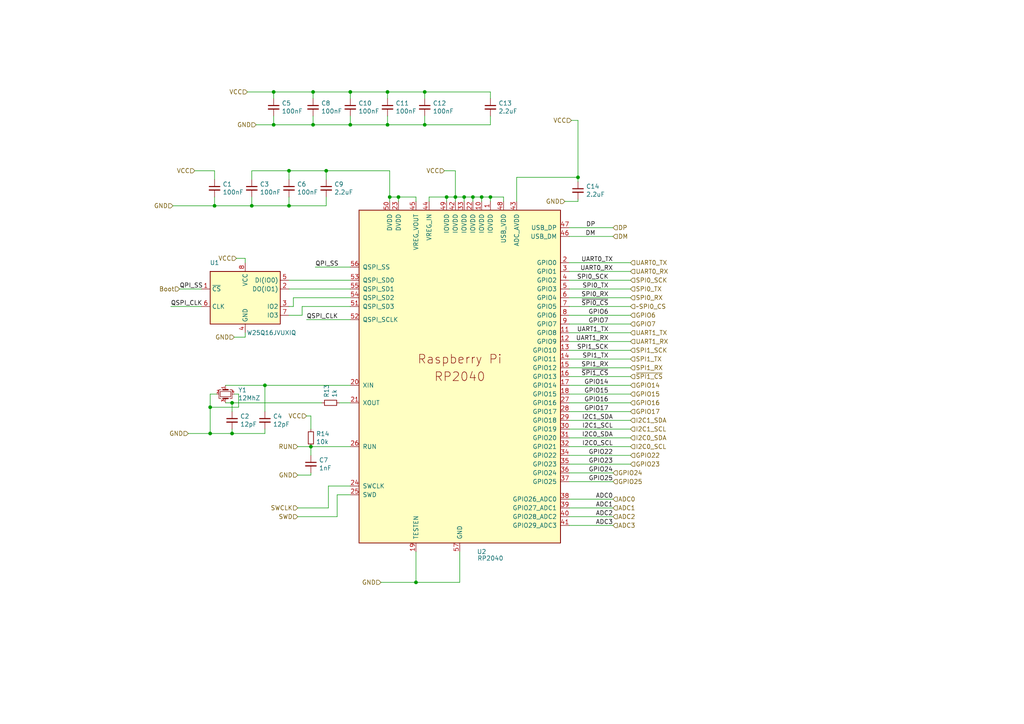
<source format=kicad_sch>
(kicad_sch (version 20230121) (generator eeschema)
  (paper "A4")
  (lib_symbols
    (symbol "Device:C_Small" (pin_numbers hide) (pin_names (offset 0.254) hide)
      (property "Reference" "C" (at 0.254 1.778 0))
      (property "Value" "C_Small" (at 0.254 -2.032 0))
      (symbol "C_Small_0_1"
        (polyline (pts (xy -1.524 -0.508) (xy 1.524 -0.508)) (stroke (width 0.3302)))
        (polyline (pts (xy -1.524 0.508) (xy 1.524 0.508)) (stroke (width 0.3048)))
      )
      (symbol "C_Small_1_1"
        (pin passive line (at 0 2.54 270) (length 2.032) (name "~") (number "1"))
        (pin passive line (at 0 -2.54 90) (length 2.032) (name "~") (number "2"))
      )
    )
    (symbol "Device:Crystal_GND24_Small" (pin_names (offset 1.016) hide)
      (property "Reference" "Y" (at 1.27 4.445 0))
      (property "Value" "Crystal_GND24_Small" (at 1.27 2.54 0))
      (symbol "Crystal_GND24_Small_0_1"
        (rectangle (start -0.762 -1.524) (end 0.762 1.524))
        (polyline (pts (xy -1.27 -0.762) (xy -1.27 0.762)) (stroke (width 0.381)))
        (polyline (pts (xy 1.27 -0.762) (xy 1.27 0.762)) (stroke (width 0.381)))
        (polyline (pts (xy -1.27 -1.27) (xy -1.27 -1.905) (xy 1.27 -1.905) (xy 1.27 -1.27)))
        (polyline (pts (xy -1.27 1.27) (xy -1.27 1.905) (xy 1.27 1.905) (xy 1.27 1.27)))
      )
      (symbol "Crystal_GND24_Small_1_1"
        (pin passive line (at -2.54 0 0) (length 1.27) (name "1") (number "1"))
        (pin passive line (at 0 -2.54 90) (length 0.635) (name "2") (number "2"))
        (pin passive line (at 2.54 0 180) (length 1.27) (name "3") (number "3"))
        (pin passive line (at 0 2.54 270) (length 0.635) (name "4") (number "4"))
      )
    )
    (symbol "Device:R_Small" (pin_numbers hide) (pin_names (offset 0.254) hide)
      (property "Reference" "R" (at 0.762 0.508 0))
      (property "Value" "R_Small" (at 0.762 -1.016 0))
      (symbol "R_Small_0_1"
        (rectangle (start -0.762 1.778) (end 0.762 -1.778) (stroke (width 0.2032)))
      )
      (symbol "R_Small_1_1"
        (pin passive line (at 0 2.54 270) (length 0.762) (name "~") (number "1"))
        (pin passive line (at 0 -2.54 90) (length 0.762) (name "~") (number "2"))
      )
    )
    (symbol "Memory_Flash:W25Q128JVS"
      (property "Reference" "U" (at -8.89 8.89 0))
      (property "Value" "W25Q128JVS" (at 7.62 8.89 0))
      (symbol "W25Q128JVS_0_1"
        (rectangle (start -10.16 7.62) (end 10.16 -7.62) (stroke (width 0.254)) (fill (type background)))
      )
      (symbol "W25Q128JVS_1_1"
        (pin input line (at -12.7 2.54 0) (length 2.54) (name "~{CS}") (number "1"))
        (pin bidirectional line (at 12.7 2.54 180) (length 2.54) (name "DO(IO1)") (number "2"))
        (pin bidirectional line (at 12.7 -2.54 180) (length 2.54) (name "IO2") (number "3"))
        (pin power_in line (at 0 -10.16 90) (length 2.54) (name "GND") (number "4"))
        (pin bidirectional line (at 12.7 5.08 180) (length 2.54) (name "DI(IO0)") (number "5"))
        (pin input line (at -12.7 -2.54 0) (length 2.54) (name "CLK") (number "6"))
        (pin bidirectional line (at 12.7 -5.08 180) (length 2.54) (name "IO3") (number "7"))
        (pin power_in line (at 0 10.16 270) (length 2.54) (name "VCC") (number "8"))
      )
    )
    (symbol "b018:RP2040" (pin_names (offset 1.016))
      (property "Reference" "U" (at -29.21 49.53 0))
      (property "Value" "RP2040" (at 24.13 -49.53 0))
      (symbol "RP2040_0_0"
        (text "Raspberry Pi" (at 0 5.08 0) (effects (font (size 2.54 2.54))))
        (text "RP2040" (at 0 0 0) (effects (font (size 2.54 2.54))))
      )
      (symbol "RP2040_0_1"
        (rectangle (start 29.21 48.26) (end -29.21 -48.26) (stroke (width 0.254)) (fill (type background)))
      )
      (symbol "RP2040_1_1"
        (pin power_in line (at 8.89 50.8 270) (length 2.54) (name "IOVDD") (number "1"))
        (pin power_in line (at 6.35 50.8 270) (length 2.54) (name "IOVDD") (number "10"))
        (pin bidirectional line (at 31.75 12.7 180) (length 2.54) (name "GPIO8") (number "11"))
        (pin bidirectional line (at 31.75 10.16 180) (length 2.54) (name "GPIO9") (number "12"))
        (pin bidirectional line (at 31.75 7.62 180) (length 2.54) (name "GPIO10") (number "13"))
        (pin bidirectional line (at 31.75 5.08 180) (length 2.54) (name "GPIO11") (number "14"))
        (pin bidirectional line (at 31.75 2.54 180) (length 2.54) (name "GPIO12") (number "15"))
        (pin bidirectional line (at 31.75 0 180) (length 2.54) (name "GPIO13") (number "16"))
        (pin bidirectional line (at 31.75 -2.54 180) (length 2.54) (name "GPIO14") (number "17"))
        (pin bidirectional line (at 31.75 -5.08 180) (length 2.54) (name "GPIO15") (number "18"))
        (pin passive line (at -12.7 -50.8 90) (length 2.54) (name "TESTEN") (number "19"))
        (pin bidirectional line (at 31.75 33.02 180) (length 2.54) (name "GPIO0") (number "2"))
        (pin input line (at -31.75 -2.54 0) (length 2.54) (name "XIN") (number "20"))
        (pin passive line (at -31.75 -7.62 0) (length 2.54) (name "XOUT") (number "21"))
        (pin power_in line (at 3.81 50.8 270) (length 2.54) (name "IOVDD") (number "22"))
        (pin power_in line (at -17.78 50.8 270) (length 2.54) (name "DVDD") (number "23"))
        (pin output line (at -31.75 -31.75 0) (length 2.54) (name "SWCLK") (number "24"))
        (pin bidirectional line (at -31.75 -34.29 0) (length 2.54) (name "SWD") (number "25"))
        (pin input line (at -31.75 -20.32 0) (length 2.54) (name "RUN") (number "26"))
        (pin bidirectional line (at 31.75 -7.62 180) (length 2.54) (name "GPIO16") (number "27"))
        (pin bidirectional line (at 31.75 -10.16 180) (length 2.54) (name "GPIO17") (number "28"))
        (pin bidirectional line (at 31.75 -12.7 180) (length 2.54) (name "GPIO18") (number "29"))
        (pin bidirectional line (at 31.75 30.48 180) (length 2.54) (name "GPIO1") (number "3"))
        (pin bidirectional line (at 31.75 -15.24 180) (length 2.54) (name "GPIO19") (number "30"))
        (pin bidirectional line (at 31.75 -17.78 180) (length 2.54) (name "GPIO20") (number "31"))
        (pin bidirectional line (at 31.75 -20.32 180) (length 2.54) (name "GPIO21") (number "32"))
        (pin power_in line (at 1.27 50.8 270) (length 2.54) (name "IOVDD") (number "33"))
        (pin bidirectional line (at 31.75 -22.86 180) (length 2.54) (name "GPIO22") (number "34"))
        (pin bidirectional line (at 31.75 -25.4 180) (length 2.54) (name "GPIO23") (number "35"))
        (pin bidirectional line (at 31.75 -27.94 180) (length 2.54) (name "GPIO24") (number "36"))
        (pin bidirectional line (at 31.75 -30.48 180) (length 2.54) (name "GPIO25") (number "37"))
        (pin bidirectional line (at 31.75 -35.56 180) (length 2.54) (name "GPIO26_ADC0") (number "38"))
        (pin bidirectional line (at 31.75 -38.1 180) (length 2.54) (name "GPIO27_ADC1") (number "39"))
        (pin bidirectional line (at 31.75 27.94 180) (length 2.54) (name "GPIO2") (number "4"))
        (pin bidirectional line (at 31.75 -40.64 180) (length 2.54) (name "GPIO28_ADC2") (number "40"))
        (pin bidirectional line (at 31.75 -43.18 180) (length 2.54) (name "GPIO29_ADC3") (number "41"))
        (pin power_in line (at -1.27 50.8 270) (length 2.54) (name "IOVDD") (number "42"))
        (pin power_in line (at 16.51 50.8 270) (length 2.54) (name "ADC_AVDD") (number "43"))
        (pin power_in line (at -8.89 50.8 270) (length 2.54) (name "VREG_IN") (number "44"))
        (pin power_out line (at -12.7 50.8 270) (length 2.54) (name "VREG_VOUT") (number "45"))
        (pin bidirectional line (at 31.75 40.64 180) (length 2.54) (name "USB_DM") (number "46"))
        (pin bidirectional line (at 31.75 43.18 180) (length 2.54) (name "USB_DP") (number "47"))
        (pin power_in line (at 12.7 50.8 270) (length 2.54) (name "USB_VDD") (number "48"))
        (pin power_in line (at -3.81 50.8 270) (length 2.54) (name "IOVDD") (number "49"))
        (pin bidirectional line (at 31.75 25.4 180) (length 2.54) (name "GPIO3") (number "5"))
        (pin power_in line (at -20.32 50.8 270) (length 2.54) (name "DVDD") (number "50"))
        (pin bidirectional line (at -31.75 20.32 0) (length 2.54) (name "QSPI_SD3") (number "51"))
        (pin output line (at -31.75 16.51 0) (length 2.54) (name "QSPI_SCLK") (number "52"))
        (pin bidirectional line (at -31.75 27.94 0) (length 2.54) (name "QSPI_SD0") (number "53"))
        (pin bidirectional line (at -31.75 22.86 0) (length 2.54) (name "QSPI_SD2") (number "54"))
        (pin bidirectional line (at -31.75 25.4 0) (length 2.54) (name "QSPI_SD1") (number "55"))
        (pin bidirectional line (at -31.75 31.75 0) (length 2.54) (name "QSPI_SS") (number "56"))
        (pin power_in line (at 0 -50.8 90) (length 2.54) (name "GND") (number "57"))
        (pin bidirectional line (at 31.75 22.86 180) (length 2.54) (name "GPIO4") (number "6"))
        (pin bidirectional line (at 31.75 20.32 180) (length 2.54) (name "GPIO5") (number "7"))
        (pin bidirectional line (at 31.75 17.78 180) (length 2.54) (name "GPIO6") (number "8"))
        (pin bidirectional line (at 31.75 15.24 180) (length 2.54) (name "GPIO7") (number "9"))
      )
    )
  )
  (junction (at 115.57 57.15))
  (junction (at 79.375 36.195))
  (junction (at 112.395 26.67))
  (junction (at 101.6 36.195))
  (junction (at 112.395 36.195))
  (junction (at 83.82 49.53))
  (junction (at 83.82 59.69))
  (junction (at 123.19 26.67))
  (junction (at 139.7 57.15))
  (junction (at 90.17 129.54))
  (junction (at 67.31 125.73))
  (junction (at 60.96 125.73))
  (junction (at 142.24 57.15))
  (junction (at 79.375 26.67))
  (junction (at 123.19 36.195))
  (junction (at 90.805 36.195))
  (junction (at 76.835 111.76))
  (junction (at 73.025 59.69))
  (junction (at 90.805 26.67))
  (junction (at 134.62 57.15))
  (junction (at 132.08 57.15))
  (junction (at 129.54 57.15))
  (junction (at 94.615 49.53))
  (junction (at 101.6 26.67))
  (junction (at 167.64 51.435))
  (junction (at 62.23 59.69))
  (junction (at 137.16 57.15))
  (junction (at 113.03 57.15))
  (junction (at 60.96 118.11))
  (junction (at 67.31 116.84))
  (junction (at 120.65 168.91))
  (wire (pts (xy 86.36 149.86) (xy 97.79 149.86)))
  (wire (pts (xy 85.09 86.36) (xy 101.6 86.36)))
  (wire (pts (xy 112.395 28.575) (xy 112.395 26.67)))
  (wire (pts (xy 142.24 58.42) (xy 142.24 57.15)))
  (wire (pts (xy 165.1 147.32) (xy 177.8 147.32)))
  (wire (pts (xy 87.63 91.44) (xy 87.63 88.9)))
  (wire (pts (xy 90.17 120.65) (xy 90.17 124.46)))
  (wire (pts (xy 139.7 57.15) (xy 139.7 58.42)))
  (wire (pts (xy 165.1 144.78) (xy 177.8 144.78)))
  (wire (pts (xy 73.025 49.53) (xy 83.82 49.53)))
  (wire (pts (xy 90.805 26.67) (xy 101.6 26.67)))
  (wire (pts (xy 123.19 36.195) (xy 142.24 36.195)))
  (wire (pts (xy 86.36 129.54) (xy 90.17 129.54)))
  (wire (pts (xy 101.6 28.575) (xy 101.6 26.67)))
  (wire (pts (xy 79.375 36.195) (xy 79.375 33.655)))
  (wire (pts (xy 146.05 58.42) (xy 146.05 57.15)))
  (wire (pts (xy 163.83 58.42) (xy 167.64 58.42)))
  (wire (pts (xy 79.375 26.67) (xy 90.805 26.67)))
  (wire (pts (xy 60.96 118.11) (xy 69.215 118.11)))
  (wire (pts (xy 165.1 104.14) (xy 182.88 104.14)))
  (wire (pts (xy 167.64 58.42) (xy 167.64 57.785)))
  (wire (pts (xy 76.835 111.76) (xy 101.6 111.76)))
  (wire (pts (xy 113.03 57.15) (xy 113.03 58.42)))
  (wire (pts (xy 79.375 36.195) (xy 90.805 36.195)))
  (wire (pts (xy 120.65 168.91) (xy 133.35 168.91)))
  (wire (pts (xy 165.1 78.74) (xy 182.88 78.74)))
  (wire (pts (xy 95.25 140.97) (xy 95.25 147.32)))
  (wire (pts (xy 86.36 147.32) (xy 95.25 147.32)))
  (wire (pts (xy 73.025 52.07) (xy 73.025 49.53)))
  (wire (pts (xy 165.735 34.925) (xy 167.64 34.925)))
  (wire (pts (xy 132.08 57.15) (xy 132.08 58.42)))
  (wire (pts (xy 165.1 109.22) (xy 182.88 109.22)))
  (wire (pts (xy 115.57 57.15) (xy 120.65 57.15)))
  (wire (pts (xy 142.24 28.575) (xy 142.24 26.67)))
  (wire (pts (xy 52.07 83.82) (xy 58.42 83.82)))
  (wire (pts (xy 101.6 140.97) (xy 95.25 140.97)))
  (wire (pts (xy 101.6 26.67) (xy 112.395 26.67)))
  (wire (pts (xy 165.1 96.52) (xy 182.88 96.52)))
  (wire (pts (xy 71.755 26.67) (xy 79.375 26.67)))
  (wire (pts (xy 112.395 36.195) (xy 123.19 36.195)))
  (wire (pts (xy 165.1 66.04) (xy 177.8 66.04)))
  (wire (pts (xy 134.62 57.15) (xy 134.62 58.42)))
  (wire (pts (xy 101.6 36.195) (xy 112.395 36.195)))
  (wire (pts (xy 142.24 57.15) (xy 139.7 57.15)))
  (wire (pts (xy 68.58 74.93) (xy 71.12 74.93)))
  (wire (pts (xy 76.835 119.38) (xy 76.835 111.76)))
  (wire (pts (xy 165.1 99.06) (xy 182.88 99.06)))
  (wire (pts (xy 165.1 134.62) (xy 182.88 134.62)))
  (wire (pts (xy 165.1 149.86) (xy 177.8 149.86)))
  (wire (pts (xy 128.905 49.53) (xy 132.08 49.53)))
  (wire (pts (xy 69.215 118.11) (xy 69.215 114.3)))
  (wire (pts (xy 149.86 51.435) (xy 149.86 58.42)))
  (wire (pts (xy 65.405 111.76) (xy 76.835 111.76)))
  (wire (pts (xy 90.17 129.54) (xy 90.17 132.08)))
  (wire (pts (xy 90.805 28.575) (xy 90.805 26.67)))
  (wire (pts (xy 91.44 77.47) (xy 101.6 77.47)))
  (wire (pts (xy 167.64 51.435) (xy 149.86 51.435)))
  (wire (pts (xy 62.23 59.69) (xy 62.23 57.15)))
  (wire (pts (xy 165.1 101.6) (xy 182.88 101.6)))
  (wire (pts (xy 113.03 49.53) (xy 113.03 57.15)))
  (wire (pts (xy 139.7 57.15) (xy 137.16 57.15)))
  (wire (pts (xy 74.295 36.195) (xy 79.375 36.195)))
  (wire (pts (xy 165.1 111.76) (xy 182.88 111.76)))
  (wire (pts (xy 165.1 127) (xy 182.88 127)))
  (wire (pts (xy 87.63 88.9) (xy 101.6 88.9)))
  (wire (pts (xy 115.57 57.15) (xy 115.57 58.42)))
  (wire (pts (xy 94.615 59.69) (xy 94.615 57.15)))
  (wire (pts (xy 94.615 49.53) (xy 113.03 49.53)))
  (wire (pts (xy 69.215 114.3) (xy 67.945 114.3)))
  (wire (pts (xy 49.53 88.9) (xy 58.42 88.9)))
  (wire (pts (xy 124.46 57.15) (xy 129.54 57.15)))
  (wire (pts (xy 165.1 114.3) (xy 182.88 114.3)))
  (wire (pts (xy 83.82 81.28) (xy 101.6 81.28)))
  (wire (pts (xy 67.31 125.73) (xy 76.835 125.73)))
  (wire (pts (xy 54.61 125.73) (xy 60.96 125.73)))
  (wire (pts (xy 88.9 92.71) (xy 101.6 92.71)))
  (wire (pts (xy 60.96 118.11) (xy 60.96 125.73)))
  (wire (pts (xy 67.945 97.79) (xy 71.12 97.79)))
  (wire (pts (xy 90.17 129.54) (xy 101.6 129.54)))
  (wire (pts (xy 123.19 26.67) (xy 142.24 26.67)))
  (wire (pts (xy 177.8 139.7) (xy 165.1 139.7)))
  (wire (pts (xy 177.8 152.4) (xy 165.1 152.4)))
  (wire (pts (xy 165.1 124.46) (xy 182.88 124.46)))
  (wire (pts (xy 97.79 143.51) (xy 101.6 143.51)))
  (wire (pts (xy 83.82 59.69) (xy 94.615 59.69)))
  (wire (pts (xy 50.165 59.69) (xy 62.23 59.69)))
  (wire (pts (xy 56.515 49.53) (xy 62.23 49.53)))
  (wire (pts (xy 97.79 143.51) (xy 97.79 149.86)))
  (wire (pts (xy 65.405 116.84) (xy 67.31 116.84)))
  (wire (pts (xy 123.19 36.195) (xy 123.19 33.655)))
  (wire (pts (xy 60.96 118.11) (xy 60.96 114.3)))
  (wire (pts (xy 83.82 88.9) (xy 85.09 88.9)))
  (wire (pts (xy 165.1 106.68) (xy 182.88 106.68)))
  (wire (pts (xy 167.64 52.705) (xy 167.64 51.435)))
  (wire (pts (xy 62.23 52.07) (xy 62.23 49.53)))
  (wire (pts (xy 142.24 36.195) (xy 142.24 33.655)))
  (wire (pts (xy 165.1 116.84) (xy 182.88 116.84)))
  (wire (pts (xy 167.64 34.925) (xy 167.64 51.435)))
  (wire (pts (xy 165.1 86.36) (xy 182.88 86.36)))
  (wire (pts (xy 67.31 124.46) (xy 67.31 125.73)))
  (wire (pts (xy 124.46 58.42) (xy 124.46 57.15)))
  (wire (pts (xy 90.805 36.195) (xy 90.805 33.655)))
  (wire (pts (xy 71.12 74.93) (xy 71.12 76.2)))
  (wire (pts (xy 120.65 160.02) (xy 120.65 168.91)))
  (wire (pts (xy 90.805 36.195) (xy 101.6 36.195)))
  (wire (pts (xy 79.375 28.575) (xy 79.375 26.67)))
  (wire (pts (xy 165.1 88.9) (xy 182.88 88.9)))
  (wire (pts (xy 137.16 57.15) (xy 137.16 58.42)))
  (wire (pts (xy 110.49 168.91) (xy 120.65 168.91)))
  (wire (pts (xy 90.17 137.795) (xy 90.17 137.16)))
  (wire (pts (xy 134.62 57.15) (xy 137.16 57.15)))
  (wire (pts (xy 165.1 121.92) (xy 182.88 121.92)))
  (wire (pts (xy 115.57 57.15) (xy 113.03 57.15)))
  (wire (pts (xy 73.025 59.69) (xy 83.82 59.69)))
  (wire (pts (xy 60.96 114.3) (xy 62.865 114.3)))
  (wire (pts (xy 165.1 132.08) (xy 182.88 132.08)))
  (wire (pts (xy 123.19 28.575) (xy 123.19 26.67)))
  (wire (pts (xy 165.1 119.38) (xy 182.88 119.38)))
  (wire (pts (xy 165.1 81.28) (xy 182.88 81.28)))
  (wire (pts (xy 83.82 49.53) (xy 94.615 49.53)))
  (wire (pts (xy 112.395 26.67) (xy 123.19 26.67)))
  (wire (pts (xy 83.82 52.07) (xy 83.82 49.53)))
  (wire (pts (xy 101.6 36.195) (xy 101.6 33.655)))
  (wire (pts (xy 132.08 57.15) (xy 129.54 57.15)))
  (wire (pts (xy 76.835 124.46) (xy 76.835 125.73)))
  (wire (pts (xy 83.82 59.69) (xy 83.82 57.15)))
  (wire (pts (xy 146.05 57.15) (xy 142.24 57.15)))
  (wire (pts (xy 83.82 83.82) (xy 101.6 83.82)))
  (wire (pts (xy 83.82 91.44) (xy 87.63 91.44)))
  (wire (pts (xy 85.09 88.9) (xy 85.09 86.36)))
  (wire (pts (xy 134.62 57.15) (xy 132.08 57.15)))
  (wire (pts (xy 112.395 36.195) (xy 112.395 33.655)))
  (wire (pts (xy 67.31 119.38) (xy 67.31 116.84)))
  (wire (pts (xy 165.1 68.58) (xy 177.8 68.58)))
  (wire (pts (xy 120.65 57.15) (xy 120.65 58.42)))
  (wire (pts (xy 86.36 137.795) (xy 90.17 137.795)))
  (wire (pts (xy 88.9 120.65) (xy 90.17 120.65)))
  (wire (pts (xy 94.615 49.53) (xy 94.615 52.07)))
  (wire (pts (xy 165.1 91.44) (xy 182.88 91.44)))
  (wire (pts (xy 73.025 59.69) (xy 73.025 57.15)))
  (wire (pts (xy 71.12 97.79) (xy 71.12 96.52)))
  (wire (pts (xy 165.1 83.82) (xy 182.88 83.82)))
  (wire (pts (xy 132.08 49.53) (xy 132.08 57.15)))
  (wire (pts (xy 98.425 116.84) (xy 101.6 116.84)))
  (wire (pts (xy 60.96 125.73) (xy 67.31 125.73)))
  (wire (pts (xy 165.1 129.54) (xy 182.88 129.54)))
  (wire (pts (xy 62.23 59.69) (xy 73.025 59.69)))
  (wire (pts (xy 165.1 137.16) (xy 177.8 137.16)))
  (wire (pts (xy 129.54 57.15) (xy 129.54 58.42)))
  (wire (pts (xy 165.1 76.2) (xy 182.88 76.2)))
  (wire (pts (xy 133.35 168.91) (xy 133.35 160.02)))
  (wire (pts (xy 93.345 116.84) (xy 67.31 116.84)))
  (wire (pts (xy 165.1 93.98) (xy 182.88 93.98)))
  (label "I2C1_SCL" (at 177.8 124.46 180))
  (label "QPI_SS" (at 91.44 77.47 0))
  (label "QPI_SS" (at 52.07 83.82 0))
  (label "ADC3" (at 177.8 152.4 180))
  (label "ADC2" (at 177.8 149.86 180))
  (label "SPI0_RX" (at 176.53 86.36 180))
  (label "GPIO25" (at 177.8 139.7 180))
  (label "I2C0_SCL" (at 177.8 129.54 180))
  (label "UART1_RX" (at 176.53 99.06 180))
  (label "ADC0" (at 177.8 144.78 180))
  (label "QSPI_CLK" (at 88.9 92.71 0))
  (label "GPIO17" (at 176.53 119.38 180))
  (label "GPIO23" (at 177.8 134.62 180))
  (label "GPIO6" (at 176.53 91.44 180))
  (label "DM" (at 172.72 68.58 180))
  (label "UART0_RX" (at 177.8 78.74 180))
  (label "SPI0_TX" (at 176.53 83.82 180))
  (label "SPI0_SCK" (at 176.53 81.28 180))
  (label "I2C0_SDA" (at 177.8 127 180))
  (label "GPIO7" (at 176.53 93.98 180))
  (label "I2C1_SDA" (at 177.8 121.92 180))
  (label "DP" (at 172.72 66.04 180))
  (label "~{SPI1_CS}" (at 176.53 109.22 180))
  (label "ADC1" (at 177.8 147.32 180))
  (label "GPIO16" (at 176.53 116.84 180))
  (label "GPIO24" (at 177.8 137.16 180))
  (label "GPIO15" (at 176.53 114.3 180))
  (label "SPI1_TX" (at 176.53 104.14 180))
  (label "UART1_TX" (at 176.53 96.52 180))
  (label "~{SPI0_CS}" (at 176.53 88.9 180))
  (label "SPI1_RX" (at 176.53 106.68 180))
  (label "SPI1_SCK" (at 176.53 101.6 180))
  (label "GPIO22" (at 177.8 132.08 180))
  (label "GPIO14" (at 176.53 111.76 180))
  (label "UART0_TX" (at 177.8 76.2 180))
  (label "QSPI_CLK" (at 49.53 88.9 0))
  (hierarchical_label "GPIO17" (shape input) (at 182.88 119.38 0))
  (hierarchical_label "GND" (shape input) (at 86.36 137.795 180))
  (hierarchical_label "ADC1" (shape input) (at 177.8 147.32 0))
  (hierarchical_label "VCC" (shape input) (at 88.9 120.65 180))
  (hierarchical_label "ADC0" (shape input) (at 177.8 144.78 0))
  (hierarchical_label "GPIO15" (shape input) (at 182.88 114.3 0))
  (hierarchical_label "VCC" (shape input) (at 71.755 26.67 180))
  (hierarchical_label "GND" (shape input) (at 163.83 58.42 180))
  (hierarchical_label "~{SPI1_CS}" (shape input) (at 182.88 109.22 0))
  (hierarchical_label "GPIO6" (shape input) (at 182.88 91.44 0))
  (hierarchical_label "Boot" (shape input) (at 52.07 83.82 180))
  (hierarchical_label "GPIO23" (shape input) (at 182.88 134.62 0))
  (hierarchical_label "I2C0_SCL" (shape input) (at 182.88 129.54 0))
  (hierarchical_label "SPI1_SCK" (shape input) (at 182.88 101.6 0))
  (hierarchical_label "GND" (shape input) (at 67.945 97.79 180))
  (hierarchical_label "~SPI0_CS" (shape input) (at 182.88 88.9 0))
  (hierarchical_label "GPIO22" (shape input) (at 182.88 132.08 0))
  (hierarchical_label "DP" (shape input) (at 177.8 66.04 0))
  (hierarchical_label "I2C0_SDA" (shape input) (at 182.88 127 0))
  (hierarchical_label "GND" (shape input) (at 74.295 36.195 180))
  (hierarchical_label "SPI0_RX" (shape input) (at 182.88 86.36 0))
  (hierarchical_label "GND" (shape input) (at 54.61 125.73 180))
  (hierarchical_label "SPI0_SCK" (shape input) (at 182.88 81.28 0))
  (hierarchical_label "UART0_TX" (shape input) (at 182.88 76.2 0))
  (hierarchical_label "DM" (shape input) (at 177.8 68.58 0))
  (hierarchical_label "ADC2" (shape input) (at 177.8 149.86 0))
  (hierarchical_label "UART1_RX" (shape input) (at 182.88 99.06 0))
  (hierarchical_label "UART0_RX" (shape input) (at 182.88 78.74 0))
  (hierarchical_label "VCC" (shape input) (at 56.515 49.53 180))
  (hierarchical_label "UART1_TX" (shape input) (at 182.88 96.52 0))
  (hierarchical_label "SWD" (shape input) (at 86.36 149.86 180))
  (hierarchical_label "ADC3" (shape input) (at 177.8 152.4 0))
  (hierarchical_label "SPI1_TX" (shape input) (at 182.88 104.14 0))
  (hierarchical_label "GPIO25" (shape input) (at 177.8 139.7 0))
  (hierarchical_label "SPI0_TX" (shape input) (at 182.88 83.82 0))
  (hierarchical_label "VCC" (shape input) (at 165.735 34.925 180))
  (hierarchical_label "RUN" (shape input) (at 86.36 129.54 180))
  (hierarchical_label "GND" (shape input) (at 110.49 168.91 180))
  (hierarchical_label "I2C1_SDA" (shape input) (at 182.88 121.92 0))
  (hierarchical_label "GPIO16" (shape input) (at 182.88 116.84 0))
  (hierarchical_label "SPI1_RX" (shape input) (at 182.88 106.68 0))
  (hierarchical_label "GND" (shape input) (at 50.165 59.69 180))
  (hierarchical_label "GPIO24" (shape input) (at 177.8 137.16 0))
  (hierarchical_label "SWCLK" (shape input) (at 86.36 147.32 180))
  (hierarchical_label "VCC" (shape input) (at 68.58 74.93 180))
  (hierarchical_label "GPIO14" (shape input) (at 182.88 111.76 0))
  (hierarchical_label "I2C1_SCL" (shape input) (at 182.88 124.46 0))
  (hierarchical_label "VCC" (shape input) (at 128.905 49.53 180))
  (hierarchical_label "GPIO7" (shape input) (at 182.88 93.98 0))
  (symbol (lib_id "Device:C_Small") (at 112.395 31.115 0) (unit 1)
    (property "Reference" "C11" (at 114.7318 29.9466 0) (effects (justify left)))
    (property "Value" "100nF" (at 114.7318 32.258 0) (effects (justify left)))
    (property "Footprint" "Capacitor_SMD:C_0603_1608Metric" (effects hide))
  )
  (symbol (lib_id "Device:C_Small") (at 142.24 31.115 0) (unit 1)
    (property "Reference" "C13" (at 144.5768 29.9466 0) (effects (justify left)))
    (property "Value" "2.2uF" (at 144.5768 32.258 0) (effects (justify left)))
    (property "Footprint" "Capacitor_SMD:C_0603_1608Metric" (effects hide))
  )
  (symbol (lib_id "Device:C_Small") (at 94.615 54.61 0) (unit 1)
    (property "Reference" "C9" (at 96.9518 53.4416 0) (effects (justify left)))
    (property "Value" "2.2uF" (at 96.9518 55.753 0) (effects (justify left)))
    (property "Footprint" "Capacitor_SMD:C_0603_1608Metric" (effects hide))
  )
  (symbol (lib_id "Device:C_Small") (at 101.6 31.115 0) (unit 1)
    (property "Reference" "C10" (at 103.9368 29.9466 0) (effects (justify left)))
    (property "Value" "100nF" (at 103.9368 32.258 0) (effects (justify left)))
    (property "Footprint" "Capacitor_SMD:C_0603_1608Metric" (effects hide))
  )
  (symbol (lib_id "b018:RP2040") (at 133.35 109.22 0) (unit 1)
    (property "Reference" "U2" (at 139.7 160.02 0))
    (property "Value" "RP2040" (at 142.24 161.925 0))
    (property "Footprint" "Package_DFN_QFN:QFN-56-1EP_7x7mm_P0.4mm_EP3.2x3.2mm" (effects hide))
  )
  (symbol (lib_id "Device:C_Small") (at 79.375 31.115 0) (unit 1)
    (property "Reference" "C5" (at 81.7118 29.9466 0) (effects (justify left)))
    (property "Value" "100nF" (at 81.7118 32.258 0) (effects (justify left)))
    (property "Footprint" "Capacitor_SMD:C_0603_1608Metric" (effects hide))
  )
  (symbol (lib_id "Device:C_Small") (at 90.17 134.62 0) (unit 1)
    (property "Reference" "C7" (at 92.5068 133.4516 0) (effects (justify left)))
    (property "Value" "1nF" (at 92.5068 135.763 0) (effects (justify left)))
    (property "Footprint" "Capacitor_SMD:C_0603_1608Metric" (effects hide))
  )
  (symbol (lib_id "Device:C_Small") (at 76.835 121.92 0) (unit 1)
    (property "Reference" "C4" (at 79.1718 120.7516 0) (effects (justify left)))
    (property "Value" "12pF" (at 79.1718 123.063 0) (effects (justify left)))
    (property "Footprint" "Capacitor_SMD:C_0603_1608Metric" (effects hide))
  )
  (symbol (lib_id "Device:C_Small") (at 123.19 31.115 0) (unit 1)
    (property "Reference" "C12" (at 125.5268 29.9466 0) (effects (justify left)))
    (property "Value" "100nF" (at 125.5268 32.258 0) (effects (justify left)))
    (property "Footprint" "Capacitor_SMD:C_0603_1608Metric" (effects hide))
  )
  (symbol (lib_id "Device:Crystal_GND24_Small") (at 65.405 114.3 270) (unit 1)
    (property "Reference" "Y1" (at 69.0626 113.1316 90) (effects (justify left)))
    (property "Value" "12MhZ" (at 69.0626 115.443 90) (effects (justify left)))
    (property "Footprint" "Crystal:Crystal_SMD_Abracon_ABM8G-4Pin_3.2x2.5mm" (effects hide))
    (property "MPN" "ABM8G-12.000MHZ-4Y-T3" (effects hide))
  )
  (symbol (lib_id "Device:R_Small") (at 90.17 127 0) (unit 1)
    (property "Reference" "R14" (at 91.6686 125.8316 0) (effects (justify left)))
    (property "Value" "10k" (at 91.6686 128.143 0) (effects (justify left)))
    (property "Footprint" "Resistor_SMD:R_0603_1608Metric" (effects hide))
  )
  (symbol (lib_id "Device:C_Small") (at 167.64 55.245 0) (unit 1)
    (property "Reference" "C14" (at 169.9768 54.0766 0) (effects (justify left)))
    (property "Value" "2.2uF" (at 169.9768 56.388 0) (effects (justify left)))
    (property "Footprint" "Capacitor_SMD:C_0603_1608Metric" (effects hide))
  )
  (symbol (lib_id "Memory_Flash:W25Q128JVS") (at 71.12 86.36 0) (unit 1)
    (property "Reference" "U1" (at 62.23 76.2 0))
    (property "Value" "W25Q16JVUXIQ" (at 78.74 96.52 0))
    (property "Footprint" "Package_DFN_QFN:DFN-8-1EP_3x2mm_P0.5mm_EP1.3x1.5mm" (effects hide))
    (property "Datasheet" "https://www.winbond.com/resource-files/w25q16jv%20spi%20revh%2004082019%20plus.pdf" (effects hide))
  )
  (symbol (lib_id "Device:C_Small") (at 62.23 54.61 0) (unit 1)
    (property "Reference" "C1" (at 64.5668 53.4416 0) (effects (justify left)))
    (property "Value" "100nF" (at 64.5668 55.753 0) (effects (justify left)))
    (property "Footprint" "Capacitor_SMD:C_0603_1608Metric" (effects hide))
  )
  (symbol (lib_id "Device:C_Small") (at 67.31 121.92 0) (unit 1)
    (property "Reference" "C2" (at 69.6468 120.7516 0) (effects (justify left)))
    (property "Value" "12pF" (at 69.6468 123.063 0) (effects (justify left)))
    (property "Footprint" "Capacitor_SMD:C_0603_1608Metric" (effects hide))
  )
  (symbol (lib_id "Device:C_Small") (at 90.805 31.115 0) (unit 1)
    (property "Reference" "C8" (at 93.1418 29.9466 0) (effects (justify left)))
    (property "Value" "100nF" (at 93.1418 32.258 0) (effects (justify left)))
    (property "Footprint" "Capacitor_SMD:C_0603_1608Metric" (effects hide))
  )
  (symbol (lib_id "Device:C_Small") (at 83.82 54.61 0) (unit 1)
    (property "Reference" "C6" (at 86.1568 53.4416 0) (effects (justify left)))
    (property "Value" "100nF" (at 86.1568 55.753 0) (effects (justify left)))
    (property "Footprint" "Capacitor_SMD:C_0603_1608Metric" (effects hide))
  )
  (symbol (lib_id "Device:R_Small") (at 95.885 116.84 90) (unit 1)
    (property "Reference" "R13" (at 94.7166 115.3414 0) (effects (justify left)))
    (property "Value" "1k" (at 97.028 115.3414 0) (effects (justify left)))
    (property "Footprint" "Resistor_SMD:R_0603_1608Metric" (effects hide))
  )
  (symbol (lib_id "Device:C_Small") (at 73.025 54.61 0) (unit 1)
    (property "Reference" "C3" (at 75.3618 53.4416 0) (effects (justify left)))
    (property "Value" "100nF" (at 75.3618 55.753 0) (effects (justify left)))
    (property "Footprint" "Capacitor_SMD:C_0603_1608Metric" (effects hide))
  )
)
</source>
